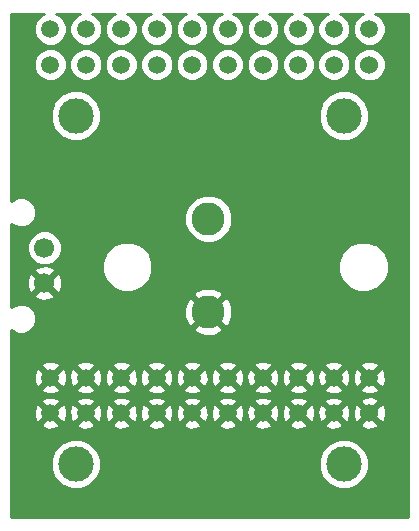
<source format=gbr>
G04 #@! TF.GenerationSoftware,KiCad,Pcbnew,(5.0.0)*
G04 #@! TF.CreationDate,2019-09-21T11:40:00-05:00*
G04 #@! TF.ProjectId,TemperaturePower,54656D7065726174757265506F776572,rev?*
G04 #@! TF.SameCoordinates,Original*
G04 #@! TF.FileFunction,Copper,L2,Bot,Signal*
G04 #@! TF.FilePolarity,Positive*
%FSLAX46Y46*%
G04 Gerber Fmt 4.6, Leading zero omitted, Abs format (unit mm)*
G04 Created by KiCad (PCBNEW (5.0.0)) date 09/21/19 11:40:00*
%MOMM*%
%LPD*%
G01*
G04 APERTURE LIST*
G04 #@! TA.AperFunction,ComponentPad*
%ADD10C,1.524000*%
G04 #@! TD*
G04 #@! TA.AperFunction,ComponentPad*
%ADD11C,1.500000*%
G04 #@! TD*
G04 #@! TA.AperFunction,ComponentPad*
%ADD12C,3.000000*%
G04 #@! TD*
G04 #@! TA.AperFunction,ComponentPad*
%ADD13C,1.700000*%
G04 #@! TD*
G04 #@! TA.AperFunction,ComponentPad*
%ADD14C,2.800000*%
G04 #@! TD*
G04 #@! TA.AperFunction,Conductor*
%ADD15C,0.254000*%
G04 #@! TD*
G04 APERTURE END LIST*
D10*
G04 #@! TO.P,J1,1*
G04 #@! TO.N,VCC*
X148500000Y-101500000D03*
D11*
G04 #@! TO.P,J1,2*
X145500000Y-101500000D03*
G04 #@! TO.P,J1,3*
X142500000Y-101500000D03*
G04 #@! TO.P,J1,4*
X139500000Y-101500000D03*
G04 #@! TO.P,J1,5*
X136500000Y-101500000D03*
G04 #@! TO.P,J1,6*
X133500000Y-101500000D03*
G04 #@! TO.P,J1,7*
X130500000Y-101500000D03*
G04 #@! TO.P,J1,8*
X127500000Y-101500000D03*
G04 #@! TO.P,J1,9*
X124500000Y-101500000D03*
G04 #@! TO.P,J1,10*
X121500000Y-101500000D03*
G04 #@! TO.P,J1,11*
X148500000Y-98500000D03*
G04 #@! TO.P,J1,12*
X145500000Y-98500000D03*
G04 #@! TO.P,J1,13*
X142500000Y-98500000D03*
G04 #@! TO.P,J1,14*
X139500000Y-98500000D03*
G04 #@! TO.P,J1,15*
X136500000Y-98500000D03*
G04 #@! TO.P,J1,16*
X133500000Y-98500000D03*
G04 #@! TO.P,J1,17*
X130500000Y-98500000D03*
G04 #@! TO.P,J1,18*
X127500000Y-98500000D03*
G04 #@! TO.P,J1,19*
X124500000Y-98500000D03*
G04 #@! TO.P,J1,20*
X121500000Y-98500000D03*
D12*
G04 #@! TO.P,J1,*
G04 #@! TO.N,*
X146350000Y-105820000D03*
X123650000Y-105820000D03*
G04 #@! TD*
D13*
G04 #@! TO.P,J2,1*
G04 #@! TO.N,GND*
X121000000Y-120000000D03*
G04 #@! TO.P,J2,2*
G04 #@! TO.N,VCC*
X121000000Y-117000000D03*
G04 #@! TD*
D12*
G04 #@! TO.P,J3,*
G04 #@! TO.N,*
X123650000Y-135320000D03*
X146350000Y-135320000D03*
D11*
G04 #@! TO.P,J3,20*
G04 #@! TO.N,GND*
X121500000Y-128000000D03*
G04 #@! TO.P,J3,19*
X124500000Y-128000000D03*
G04 #@! TO.P,J3,18*
X127500000Y-128000000D03*
G04 #@! TO.P,J3,17*
X130500000Y-128000000D03*
G04 #@! TO.P,J3,16*
X133500000Y-128000000D03*
G04 #@! TO.P,J3,15*
X136500000Y-128000000D03*
G04 #@! TO.P,J3,14*
X139500000Y-128000000D03*
G04 #@! TO.P,J3,13*
X142500000Y-128000000D03*
G04 #@! TO.P,J3,12*
X145500000Y-128000000D03*
G04 #@! TO.P,J3,11*
X148500000Y-128000000D03*
G04 #@! TO.P,J3,10*
X121500000Y-131000000D03*
G04 #@! TO.P,J3,9*
X124500000Y-131000000D03*
G04 #@! TO.P,J3,8*
X127500000Y-131000000D03*
G04 #@! TO.P,J3,7*
X130500000Y-131000000D03*
G04 #@! TO.P,J3,6*
X133500000Y-131000000D03*
G04 #@! TO.P,J3,5*
X136500000Y-131000000D03*
G04 #@! TO.P,J3,4*
X139500000Y-131000000D03*
G04 #@! TO.P,J3,3*
X142500000Y-131000000D03*
G04 #@! TO.P,J3,2*
X145500000Y-131000000D03*
D10*
G04 #@! TO.P,J3,1*
X148500000Y-131000000D03*
G04 #@! TD*
D14*
G04 #@! TO.P,VCC,1*
G04 #@! TO.N,VCC*
X134874000Y-114554000D03*
G04 #@! TD*
G04 #@! TO.P,GND,1*
G04 #@! TO.N,GND*
X134874000Y-122428000D03*
G04 #@! TD*
D15*
G04 #@! TO.N,GND*
G36*
X120715460Y-97325853D02*
X120325853Y-97715460D01*
X120115000Y-98224506D01*
X120115000Y-98775494D01*
X120325853Y-99284540D01*
X120715460Y-99674147D01*
X121224506Y-99885000D01*
X121775494Y-99885000D01*
X122284540Y-99674147D01*
X122674147Y-99284540D01*
X122885000Y-98775494D01*
X122885000Y-98224506D01*
X122674147Y-97715460D01*
X122284540Y-97325853D01*
X122004845Y-97210000D01*
X123995155Y-97210000D01*
X123715460Y-97325853D01*
X123325853Y-97715460D01*
X123115000Y-98224506D01*
X123115000Y-98775494D01*
X123325853Y-99284540D01*
X123715460Y-99674147D01*
X124224506Y-99885000D01*
X124775494Y-99885000D01*
X125284540Y-99674147D01*
X125674147Y-99284540D01*
X125885000Y-98775494D01*
X125885000Y-98224506D01*
X125674147Y-97715460D01*
X125284540Y-97325853D01*
X125004845Y-97210000D01*
X126995155Y-97210000D01*
X126715460Y-97325853D01*
X126325853Y-97715460D01*
X126115000Y-98224506D01*
X126115000Y-98775494D01*
X126325853Y-99284540D01*
X126715460Y-99674147D01*
X127224506Y-99885000D01*
X127775494Y-99885000D01*
X128284540Y-99674147D01*
X128674147Y-99284540D01*
X128885000Y-98775494D01*
X128885000Y-98224506D01*
X128674147Y-97715460D01*
X128284540Y-97325853D01*
X128004845Y-97210000D01*
X129995155Y-97210000D01*
X129715460Y-97325853D01*
X129325853Y-97715460D01*
X129115000Y-98224506D01*
X129115000Y-98775494D01*
X129325853Y-99284540D01*
X129715460Y-99674147D01*
X130224506Y-99885000D01*
X130775494Y-99885000D01*
X131284540Y-99674147D01*
X131674147Y-99284540D01*
X131885000Y-98775494D01*
X131885000Y-98224506D01*
X131674147Y-97715460D01*
X131284540Y-97325853D01*
X131004845Y-97210000D01*
X132995155Y-97210000D01*
X132715460Y-97325853D01*
X132325853Y-97715460D01*
X132115000Y-98224506D01*
X132115000Y-98775494D01*
X132325853Y-99284540D01*
X132715460Y-99674147D01*
X133224506Y-99885000D01*
X133775494Y-99885000D01*
X134284540Y-99674147D01*
X134674147Y-99284540D01*
X134885000Y-98775494D01*
X134885000Y-98224506D01*
X134674147Y-97715460D01*
X134284540Y-97325853D01*
X134004845Y-97210000D01*
X135995155Y-97210000D01*
X135715460Y-97325853D01*
X135325853Y-97715460D01*
X135115000Y-98224506D01*
X135115000Y-98775494D01*
X135325853Y-99284540D01*
X135715460Y-99674147D01*
X136224506Y-99885000D01*
X136775494Y-99885000D01*
X137284540Y-99674147D01*
X137674147Y-99284540D01*
X137885000Y-98775494D01*
X137885000Y-98224506D01*
X137674147Y-97715460D01*
X137284540Y-97325853D01*
X137004845Y-97210000D01*
X138995155Y-97210000D01*
X138715460Y-97325853D01*
X138325853Y-97715460D01*
X138115000Y-98224506D01*
X138115000Y-98775494D01*
X138325853Y-99284540D01*
X138715460Y-99674147D01*
X139224506Y-99885000D01*
X139775494Y-99885000D01*
X140284540Y-99674147D01*
X140674147Y-99284540D01*
X140885000Y-98775494D01*
X140885000Y-98224506D01*
X140674147Y-97715460D01*
X140284540Y-97325853D01*
X140004845Y-97210000D01*
X141995155Y-97210000D01*
X141715460Y-97325853D01*
X141325853Y-97715460D01*
X141115000Y-98224506D01*
X141115000Y-98775494D01*
X141325853Y-99284540D01*
X141715460Y-99674147D01*
X142224506Y-99885000D01*
X142775494Y-99885000D01*
X143284540Y-99674147D01*
X143674147Y-99284540D01*
X143885000Y-98775494D01*
X143885000Y-98224506D01*
X143674147Y-97715460D01*
X143284540Y-97325853D01*
X143004845Y-97210000D01*
X144995155Y-97210000D01*
X144715460Y-97325853D01*
X144325853Y-97715460D01*
X144115000Y-98224506D01*
X144115000Y-98775494D01*
X144325853Y-99284540D01*
X144715460Y-99674147D01*
X145224506Y-99885000D01*
X145775494Y-99885000D01*
X146284540Y-99674147D01*
X146674147Y-99284540D01*
X146885000Y-98775494D01*
X146885000Y-98224506D01*
X146674147Y-97715460D01*
X146284540Y-97325853D01*
X146004845Y-97210000D01*
X147995155Y-97210000D01*
X147715460Y-97325853D01*
X147325853Y-97715460D01*
X147115000Y-98224506D01*
X147115000Y-98775494D01*
X147325853Y-99284540D01*
X147715460Y-99674147D01*
X148224506Y-99885000D01*
X148775494Y-99885000D01*
X149284540Y-99674147D01*
X149674147Y-99284540D01*
X149885000Y-98775494D01*
X149885000Y-98224506D01*
X149674147Y-97715460D01*
X149284540Y-97325853D01*
X149004845Y-97210000D01*
X151790000Y-97210000D01*
X151790001Y-139790000D01*
X118210000Y-139790000D01*
X118210000Y-134895322D01*
X121515000Y-134895322D01*
X121515000Y-135744678D01*
X121840034Y-136529380D01*
X122440620Y-137129966D01*
X123225322Y-137455000D01*
X124074678Y-137455000D01*
X124859380Y-137129966D01*
X125459966Y-136529380D01*
X125785000Y-135744678D01*
X125785000Y-134895322D01*
X144215000Y-134895322D01*
X144215000Y-135744678D01*
X144540034Y-136529380D01*
X145140620Y-137129966D01*
X145925322Y-137455000D01*
X146774678Y-137455000D01*
X147559380Y-137129966D01*
X148159966Y-136529380D01*
X148485000Y-135744678D01*
X148485000Y-134895322D01*
X148159966Y-134110620D01*
X147559380Y-133510034D01*
X146774678Y-133185000D01*
X145925322Y-133185000D01*
X145140620Y-133510034D01*
X144540034Y-134110620D01*
X144215000Y-134895322D01*
X125785000Y-134895322D01*
X125459966Y-134110620D01*
X124859380Y-133510034D01*
X124074678Y-133185000D01*
X123225322Y-133185000D01*
X122440620Y-133510034D01*
X121840034Y-134110620D01*
X121515000Y-134895322D01*
X118210000Y-134895322D01*
X118210000Y-131971517D01*
X120708088Y-131971517D01*
X120776077Y-132212460D01*
X121295171Y-132397201D01*
X121845448Y-132369230D01*
X122223923Y-132212460D01*
X122291912Y-131971517D01*
X123708088Y-131971517D01*
X123776077Y-132212460D01*
X124295171Y-132397201D01*
X124845448Y-132369230D01*
X125223923Y-132212460D01*
X125291912Y-131971517D01*
X126708088Y-131971517D01*
X126776077Y-132212460D01*
X127295171Y-132397201D01*
X127845448Y-132369230D01*
X128223923Y-132212460D01*
X128291912Y-131971517D01*
X129708088Y-131971517D01*
X129776077Y-132212460D01*
X130295171Y-132397201D01*
X130845448Y-132369230D01*
X131223923Y-132212460D01*
X131291912Y-131971517D01*
X132708088Y-131971517D01*
X132776077Y-132212460D01*
X133295171Y-132397201D01*
X133845448Y-132369230D01*
X134223923Y-132212460D01*
X134291912Y-131971517D01*
X135708088Y-131971517D01*
X135776077Y-132212460D01*
X136295171Y-132397201D01*
X136845448Y-132369230D01*
X137223923Y-132212460D01*
X137291912Y-131971517D01*
X138708088Y-131971517D01*
X138776077Y-132212460D01*
X139295171Y-132397201D01*
X139845448Y-132369230D01*
X140223923Y-132212460D01*
X140291912Y-131971517D01*
X141708088Y-131971517D01*
X141776077Y-132212460D01*
X142295171Y-132397201D01*
X142845448Y-132369230D01*
X143223923Y-132212460D01*
X143291912Y-131971517D01*
X144708088Y-131971517D01*
X144776077Y-132212460D01*
X145295171Y-132397201D01*
X145845448Y-132369230D01*
X146223923Y-132212460D01*
X146289458Y-131980213D01*
X147699392Y-131980213D01*
X147768857Y-132222397D01*
X148292302Y-132409144D01*
X148847368Y-132381362D01*
X149231143Y-132222397D01*
X149300608Y-131980213D01*
X148500000Y-131179605D01*
X147699392Y-131980213D01*
X146289458Y-131980213D01*
X146291912Y-131971517D01*
X145500000Y-131179605D01*
X144708088Y-131971517D01*
X143291912Y-131971517D01*
X142500000Y-131179605D01*
X141708088Y-131971517D01*
X140291912Y-131971517D01*
X139500000Y-131179605D01*
X138708088Y-131971517D01*
X137291912Y-131971517D01*
X136500000Y-131179605D01*
X135708088Y-131971517D01*
X134291912Y-131971517D01*
X133500000Y-131179605D01*
X132708088Y-131971517D01*
X131291912Y-131971517D01*
X130500000Y-131179605D01*
X129708088Y-131971517D01*
X128291912Y-131971517D01*
X127500000Y-131179605D01*
X126708088Y-131971517D01*
X125291912Y-131971517D01*
X124500000Y-131179605D01*
X123708088Y-131971517D01*
X122291912Y-131971517D01*
X121500000Y-131179605D01*
X120708088Y-131971517D01*
X118210000Y-131971517D01*
X118210000Y-130795171D01*
X120102799Y-130795171D01*
X120130770Y-131345448D01*
X120287540Y-131723923D01*
X120528483Y-131791912D01*
X121320395Y-131000000D01*
X121679605Y-131000000D01*
X122471517Y-131791912D01*
X122712460Y-131723923D01*
X122897201Y-131204829D01*
X122876378Y-130795171D01*
X123102799Y-130795171D01*
X123130770Y-131345448D01*
X123287540Y-131723923D01*
X123528483Y-131791912D01*
X124320395Y-131000000D01*
X124679605Y-131000000D01*
X125471517Y-131791912D01*
X125712460Y-131723923D01*
X125897201Y-131204829D01*
X125876378Y-130795171D01*
X126102799Y-130795171D01*
X126130770Y-131345448D01*
X126287540Y-131723923D01*
X126528483Y-131791912D01*
X127320395Y-131000000D01*
X127679605Y-131000000D01*
X128471517Y-131791912D01*
X128712460Y-131723923D01*
X128897201Y-131204829D01*
X128876378Y-130795171D01*
X129102799Y-130795171D01*
X129130770Y-131345448D01*
X129287540Y-131723923D01*
X129528483Y-131791912D01*
X130320395Y-131000000D01*
X130679605Y-131000000D01*
X131471517Y-131791912D01*
X131712460Y-131723923D01*
X131897201Y-131204829D01*
X131876378Y-130795171D01*
X132102799Y-130795171D01*
X132130770Y-131345448D01*
X132287540Y-131723923D01*
X132528483Y-131791912D01*
X133320395Y-131000000D01*
X133679605Y-131000000D01*
X134471517Y-131791912D01*
X134712460Y-131723923D01*
X134897201Y-131204829D01*
X134876378Y-130795171D01*
X135102799Y-130795171D01*
X135130770Y-131345448D01*
X135287540Y-131723923D01*
X135528483Y-131791912D01*
X136320395Y-131000000D01*
X136679605Y-131000000D01*
X137471517Y-131791912D01*
X137712460Y-131723923D01*
X137897201Y-131204829D01*
X137876378Y-130795171D01*
X138102799Y-130795171D01*
X138130770Y-131345448D01*
X138287540Y-131723923D01*
X138528483Y-131791912D01*
X139320395Y-131000000D01*
X139679605Y-131000000D01*
X140471517Y-131791912D01*
X140712460Y-131723923D01*
X140897201Y-131204829D01*
X140876378Y-130795171D01*
X141102799Y-130795171D01*
X141130770Y-131345448D01*
X141287540Y-131723923D01*
X141528483Y-131791912D01*
X142320395Y-131000000D01*
X142679605Y-131000000D01*
X143471517Y-131791912D01*
X143712460Y-131723923D01*
X143897201Y-131204829D01*
X143876378Y-130795171D01*
X144102799Y-130795171D01*
X144130770Y-131345448D01*
X144287540Y-131723923D01*
X144528483Y-131791912D01*
X145320395Y-131000000D01*
X145679605Y-131000000D01*
X146471517Y-131791912D01*
X146712460Y-131723923D01*
X146897201Y-131204829D01*
X146876232Y-130792302D01*
X147090856Y-130792302D01*
X147118638Y-131347368D01*
X147277603Y-131731143D01*
X147519787Y-131800608D01*
X148320395Y-131000000D01*
X148679605Y-131000000D01*
X149480213Y-131800608D01*
X149722397Y-131731143D01*
X149909144Y-131207698D01*
X149881362Y-130652632D01*
X149722397Y-130268857D01*
X149480213Y-130199392D01*
X148679605Y-131000000D01*
X148320395Y-131000000D01*
X147519787Y-130199392D01*
X147277603Y-130268857D01*
X147090856Y-130792302D01*
X146876232Y-130792302D01*
X146869230Y-130654552D01*
X146712460Y-130276077D01*
X146471517Y-130208088D01*
X145679605Y-131000000D01*
X145320395Y-131000000D01*
X144528483Y-130208088D01*
X144287540Y-130276077D01*
X144102799Y-130795171D01*
X143876378Y-130795171D01*
X143869230Y-130654552D01*
X143712460Y-130276077D01*
X143471517Y-130208088D01*
X142679605Y-131000000D01*
X142320395Y-131000000D01*
X141528483Y-130208088D01*
X141287540Y-130276077D01*
X141102799Y-130795171D01*
X140876378Y-130795171D01*
X140869230Y-130654552D01*
X140712460Y-130276077D01*
X140471517Y-130208088D01*
X139679605Y-131000000D01*
X139320395Y-131000000D01*
X138528483Y-130208088D01*
X138287540Y-130276077D01*
X138102799Y-130795171D01*
X137876378Y-130795171D01*
X137869230Y-130654552D01*
X137712460Y-130276077D01*
X137471517Y-130208088D01*
X136679605Y-131000000D01*
X136320395Y-131000000D01*
X135528483Y-130208088D01*
X135287540Y-130276077D01*
X135102799Y-130795171D01*
X134876378Y-130795171D01*
X134869230Y-130654552D01*
X134712460Y-130276077D01*
X134471517Y-130208088D01*
X133679605Y-131000000D01*
X133320395Y-131000000D01*
X132528483Y-130208088D01*
X132287540Y-130276077D01*
X132102799Y-130795171D01*
X131876378Y-130795171D01*
X131869230Y-130654552D01*
X131712460Y-130276077D01*
X131471517Y-130208088D01*
X130679605Y-131000000D01*
X130320395Y-131000000D01*
X129528483Y-130208088D01*
X129287540Y-130276077D01*
X129102799Y-130795171D01*
X128876378Y-130795171D01*
X128869230Y-130654552D01*
X128712460Y-130276077D01*
X128471517Y-130208088D01*
X127679605Y-131000000D01*
X127320395Y-131000000D01*
X126528483Y-130208088D01*
X126287540Y-130276077D01*
X126102799Y-130795171D01*
X125876378Y-130795171D01*
X125869230Y-130654552D01*
X125712460Y-130276077D01*
X125471517Y-130208088D01*
X124679605Y-131000000D01*
X124320395Y-131000000D01*
X123528483Y-130208088D01*
X123287540Y-130276077D01*
X123102799Y-130795171D01*
X122876378Y-130795171D01*
X122869230Y-130654552D01*
X122712460Y-130276077D01*
X122471517Y-130208088D01*
X121679605Y-131000000D01*
X121320395Y-131000000D01*
X120528483Y-130208088D01*
X120287540Y-130276077D01*
X120102799Y-130795171D01*
X118210000Y-130795171D01*
X118210000Y-130028483D01*
X120708088Y-130028483D01*
X121500000Y-130820395D01*
X122291912Y-130028483D01*
X123708088Y-130028483D01*
X124500000Y-130820395D01*
X125291912Y-130028483D01*
X126708088Y-130028483D01*
X127500000Y-130820395D01*
X128291912Y-130028483D01*
X129708088Y-130028483D01*
X130500000Y-130820395D01*
X131291912Y-130028483D01*
X132708088Y-130028483D01*
X133500000Y-130820395D01*
X134291912Y-130028483D01*
X135708088Y-130028483D01*
X136500000Y-130820395D01*
X137291912Y-130028483D01*
X138708088Y-130028483D01*
X139500000Y-130820395D01*
X140291912Y-130028483D01*
X141708088Y-130028483D01*
X142500000Y-130820395D01*
X143291912Y-130028483D01*
X144708088Y-130028483D01*
X145500000Y-130820395D01*
X146291912Y-130028483D01*
X146289459Y-130019787D01*
X147699392Y-130019787D01*
X148500000Y-130820395D01*
X149300608Y-130019787D01*
X149231143Y-129777603D01*
X148707698Y-129590856D01*
X148152632Y-129618638D01*
X147768857Y-129777603D01*
X147699392Y-130019787D01*
X146289459Y-130019787D01*
X146223923Y-129787540D01*
X145704829Y-129602799D01*
X145154552Y-129630770D01*
X144776077Y-129787540D01*
X144708088Y-130028483D01*
X143291912Y-130028483D01*
X143223923Y-129787540D01*
X142704829Y-129602799D01*
X142154552Y-129630770D01*
X141776077Y-129787540D01*
X141708088Y-130028483D01*
X140291912Y-130028483D01*
X140223923Y-129787540D01*
X139704829Y-129602799D01*
X139154552Y-129630770D01*
X138776077Y-129787540D01*
X138708088Y-130028483D01*
X137291912Y-130028483D01*
X137223923Y-129787540D01*
X136704829Y-129602799D01*
X136154552Y-129630770D01*
X135776077Y-129787540D01*
X135708088Y-130028483D01*
X134291912Y-130028483D01*
X134223923Y-129787540D01*
X133704829Y-129602799D01*
X133154552Y-129630770D01*
X132776077Y-129787540D01*
X132708088Y-130028483D01*
X131291912Y-130028483D01*
X131223923Y-129787540D01*
X130704829Y-129602799D01*
X130154552Y-129630770D01*
X129776077Y-129787540D01*
X129708088Y-130028483D01*
X128291912Y-130028483D01*
X128223923Y-129787540D01*
X127704829Y-129602799D01*
X127154552Y-129630770D01*
X126776077Y-129787540D01*
X126708088Y-130028483D01*
X125291912Y-130028483D01*
X125223923Y-129787540D01*
X124704829Y-129602799D01*
X124154552Y-129630770D01*
X123776077Y-129787540D01*
X123708088Y-130028483D01*
X122291912Y-130028483D01*
X122223923Y-129787540D01*
X121704829Y-129602799D01*
X121154552Y-129630770D01*
X120776077Y-129787540D01*
X120708088Y-130028483D01*
X118210000Y-130028483D01*
X118210000Y-128971517D01*
X120708088Y-128971517D01*
X120776077Y-129212460D01*
X121295171Y-129397201D01*
X121845448Y-129369230D01*
X122223923Y-129212460D01*
X122291912Y-128971517D01*
X123708088Y-128971517D01*
X123776077Y-129212460D01*
X124295171Y-129397201D01*
X124845448Y-129369230D01*
X125223923Y-129212460D01*
X125291912Y-128971517D01*
X126708088Y-128971517D01*
X126776077Y-129212460D01*
X127295171Y-129397201D01*
X127845448Y-129369230D01*
X128223923Y-129212460D01*
X128291912Y-128971517D01*
X129708088Y-128971517D01*
X129776077Y-129212460D01*
X130295171Y-129397201D01*
X130845448Y-129369230D01*
X131223923Y-129212460D01*
X131291912Y-128971517D01*
X132708088Y-128971517D01*
X132776077Y-129212460D01*
X133295171Y-129397201D01*
X133845448Y-129369230D01*
X134223923Y-129212460D01*
X134291912Y-128971517D01*
X135708088Y-128971517D01*
X135776077Y-129212460D01*
X136295171Y-129397201D01*
X136845448Y-129369230D01*
X137223923Y-129212460D01*
X137291912Y-128971517D01*
X138708088Y-128971517D01*
X138776077Y-129212460D01*
X139295171Y-129397201D01*
X139845448Y-129369230D01*
X140223923Y-129212460D01*
X140291912Y-128971517D01*
X141708088Y-128971517D01*
X141776077Y-129212460D01*
X142295171Y-129397201D01*
X142845448Y-129369230D01*
X143223923Y-129212460D01*
X143291912Y-128971517D01*
X144708088Y-128971517D01*
X144776077Y-129212460D01*
X145295171Y-129397201D01*
X145845448Y-129369230D01*
X146223923Y-129212460D01*
X146291912Y-128971517D01*
X147708088Y-128971517D01*
X147776077Y-129212460D01*
X148295171Y-129397201D01*
X148845448Y-129369230D01*
X149223923Y-129212460D01*
X149291912Y-128971517D01*
X148500000Y-128179605D01*
X147708088Y-128971517D01*
X146291912Y-128971517D01*
X145500000Y-128179605D01*
X144708088Y-128971517D01*
X143291912Y-128971517D01*
X142500000Y-128179605D01*
X141708088Y-128971517D01*
X140291912Y-128971517D01*
X139500000Y-128179605D01*
X138708088Y-128971517D01*
X137291912Y-128971517D01*
X136500000Y-128179605D01*
X135708088Y-128971517D01*
X134291912Y-128971517D01*
X133500000Y-128179605D01*
X132708088Y-128971517D01*
X131291912Y-128971517D01*
X130500000Y-128179605D01*
X129708088Y-128971517D01*
X128291912Y-128971517D01*
X127500000Y-128179605D01*
X126708088Y-128971517D01*
X125291912Y-128971517D01*
X124500000Y-128179605D01*
X123708088Y-128971517D01*
X122291912Y-128971517D01*
X121500000Y-128179605D01*
X120708088Y-128971517D01*
X118210000Y-128971517D01*
X118210000Y-127795171D01*
X120102799Y-127795171D01*
X120130770Y-128345448D01*
X120287540Y-128723923D01*
X120528483Y-128791912D01*
X121320395Y-128000000D01*
X121679605Y-128000000D01*
X122471517Y-128791912D01*
X122712460Y-128723923D01*
X122897201Y-128204829D01*
X122876378Y-127795171D01*
X123102799Y-127795171D01*
X123130770Y-128345448D01*
X123287540Y-128723923D01*
X123528483Y-128791912D01*
X124320395Y-128000000D01*
X124679605Y-128000000D01*
X125471517Y-128791912D01*
X125712460Y-128723923D01*
X125897201Y-128204829D01*
X125876378Y-127795171D01*
X126102799Y-127795171D01*
X126130770Y-128345448D01*
X126287540Y-128723923D01*
X126528483Y-128791912D01*
X127320395Y-128000000D01*
X127679605Y-128000000D01*
X128471517Y-128791912D01*
X128712460Y-128723923D01*
X128897201Y-128204829D01*
X128876378Y-127795171D01*
X129102799Y-127795171D01*
X129130770Y-128345448D01*
X129287540Y-128723923D01*
X129528483Y-128791912D01*
X130320395Y-128000000D01*
X130679605Y-128000000D01*
X131471517Y-128791912D01*
X131712460Y-128723923D01*
X131897201Y-128204829D01*
X131876378Y-127795171D01*
X132102799Y-127795171D01*
X132130770Y-128345448D01*
X132287540Y-128723923D01*
X132528483Y-128791912D01*
X133320395Y-128000000D01*
X133679605Y-128000000D01*
X134471517Y-128791912D01*
X134712460Y-128723923D01*
X134897201Y-128204829D01*
X134876378Y-127795171D01*
X135102799Y-127795171D01*
X135130770Y-128345448D01*
X135287540Y-128723923D01*
X135528483Y-128791912D01*
X136320395Y-128000000D01*
X136679605Y-128000000D01*
X137471517Y-128791912D01*
X137712460Y-128723923D01*
X137897201Y-128204829D01*
X137876378Y-127795171D01*
X138102799Y-127795171D01*
X138130770Y-128345448D01*
X138287540Y-128723923D01*
X138528483Y-128791912D01*
X139320395Y-128000000D01*
X139679605Y-128000000D01*
X140471517Y-128791912D01*
X140712460Y-128723923D01*
X140897201Y-128204829D01*
X140876378Y-127795171D01*
X141102799Y-127795171D01*
X141130770Y-128345448D01*
X141287540Y-128723923D01*
X141528483Y-128791912D01*
X142320395Y-128000000D01*
X142679605Y-128000000D01*
X143471517Y-128791912D01*
X143712460Y-128723923D01*
X143897201Y-128204829D01*
X143876378Y-127795171D01*
X144102799Y-127795171D01*
X144130770Y-128345448D01*
X144287540Y-128723923D01*
X144528483Y-128791912D01*
X145320395Y-128000000D01*
X145679605Y-128000000D01*
X146471517Y-128791912D01*
X146712460Y-128723923D01*
X146897201Y-128204829D01*
X146876378Y-127795171D01*
X147102799Y-127795171D01*
X147130770Y-128345448D01*
X147287540Y-128723923D01*
X147528483Y-128791912D01*
X148320395Y-128000000D01*
X148679605Y-128000000D01*
X149471517Y-128791912D01*
X149712460Y-128723923D01*
X149897201Y-128204829D01*
X149869230Y-127654552D01*
X149712460Y-127276077D01*
X149471517Y-127208088D01*
X148679605Y-128000000D01*
X148320395Y-128000000D01*
X147528483Y-127208088D01*
X147287540Y-127276077D01*
X147102799Y-127795171D01*
X146876378Y-127795171D01*
X146869230Y-127654552D01*
X146712460Y-127276077D01*
X146471517Y-127208088D01*
X145679605Y-128000000D01*
X145320395Y-128000000D01*
X144528483Y-127208088D01*
X144287540Y-127276077D01*
X144102799Y-127795171D01*
X143876378Y-127795171D01*
X143869230Y-127654552D01*
X143712460Y-127276077D01*
X143471517Y-127208088D01*
X142679605Y-128000000D01*
X142320395Y-128000000D01*
X141528483Y-127208088D01*
X141287540Y-127276077D01*
X141102799Y-127795171D01*
X140876378Y-127795171D01*
X140869230Y-127654552D01*
X140712460Y-127276077D01*
X140471517Y-127208088D01*
X139679605Y-128000000D01*
X139320395Y-128000000D01*
X138528483Y-127208088D01*
X138287540Y-127276077D01*
X138102799Y-127795171D01*
X137876378Y-127795171D01*
X137869230Y-127654552D01*
X137712460Y-127276077D01*
X137471517Y-127208088D01*
X136679605Y-128000000D01*
X136320395Y-128000000D01*
X135528483Y-127208088D01*
X135287540Y-127276077D01*
X135102799Y-127795171D01*
X134876378Y-127795171D01*
X134869230Y-127654552D01*
X134712460Y-127276077D01*
X134471517Y-127208088D01*
X133679605Y-128000000D01*
X133320395Y-128000000D01*
X132528483Y-127208088D01*
X132287540Y-127276077D01*
X132102799Y-127795171D01*
X131876378Y-127795171D01*
X131869230Y-127654552D01*
X131712460Y-127276077D01*
X131471517Y-127208088D01*
X130679605Y-128000000D01*
X130320395Y-128000000D01*
X129528483Y-127208088D01*
X129287540Y-127276077D01*
X129102799Y-127795171D01*
X128876378Y-127795171D01*
X128869230Y-127654552D01*
X128712460Y-127276077D01*
X128471517Y-127208088D01*
X127679605Y-128000000D01*
X127320395Y-128000000D01*
X126528483Y-127208088D01*
X126287540Y-127276077D01*
X126102799Y-127795171D01*
X125876378Y-127795171D01*
X125869230Y-127654552D01*
X125712460Y-127276077D01*
X125471517Y-127208088D01*
X124679605Y-128000000D01*
X124320395Y-128000000D01*
X123528483Y-127208088D01*
X123287540Y-127276077D01*
X123102799Y-127795171D01*
X122876378Y-127795171D01*
X122869230Y-127654552D01*
X122712460Y-127276077D01*
X122471517Y-127208088D01*
X121679605Y-128000000D01*
X121320395Y-128000000D01*
X120528483Y-127208088D01*
X120287540Y-127276077D01*
X120102799Y-127795171D01*
X118210000Y-127795171D01*
X118210000Y-127028483D01*
X120708088Y-127028483D01*
X121500000Y-127820395D01*
X122291912Y-127028483D01*
X123708088Y-127028483D01*
X124500000Y-127820395D01*
X125291912Y-127028483D01*
X126708088Y-127028483D01*
X127500000Y-127820395D01*
X128291912Y-127028483D01*
X129708088Y-127028483D01*
X130500000Y-127820395D01*
X131291912Y-127028483D01*
X132708088Y-127028483D01*
X133500000Y-127820395D01*
X134291912Y-127028483D01*
X135708088Y-127028483D01*
X136500000Y-127820395D01*
X137291912Y-127028483D01*
X138708088Y-127028483D01*
X139500000Y-127820395D01*
X140291912Y-127028483D01*
X141708088Y-127028483D01*
X142500000Y-127820395D01*
X143291912Y-127028483D01*
X144708088Y-127028483D01*
X145500000Y-127820395D01*
X146291912Y-127028483D01*
X147708088Y-127028483D01*
X148500000Y-127820395D01*
X149291912Y-127028483D01*
X149223923Y-126787540D01*
X148704829Y-126602799D01*
X148154552Y-126630770D01*
X147776077Y-126787540D01*
X147708088Y-127028483D01*
X146291912Y-127028483D01*
X146223923Y-126787540D01*
X145704829Y-126602799D01*
X145154552Y-126630770D01*
X144776077Y-126787540D01*
X144708088Y-127028483D01*
X143291912Y-127028483D01*
X143223923Y-126787540D01*
X142704829Y-126602799D01*
X142154552Y-126630770D01*
X141776077Y-126787540D01*
X141708088Y-127028483D01*
X140291912Y-127028483D01*
X140223923Y-126787540D01*
X139704829Y-126602799D01*
X139154552Y-126630770D01*
X138776077Y-126787540D01*
X138708088Y-127028483D01*
X137291912Y-127028483D01*
X137223923Y-126787540D01*
X136704829Y-126602799D01*
X136154552Y-126630770D01*
X135776077Y-126787540D01*
X135708088Y-127028483D01*
X134291912Y-127028483D01*
X134223923Y-126787540D01*
X133704829Y-126602799D01*
X133154552Y-126630770D01*
X132776077Y-126787540D01*
X132708088Y-127028483D01*
X131291912Y-127028483D01*
X131223923Y-126787540D01*
X130704829Y-126602799D01*
X130154552Y-126630770D01*
X129776077Y-126787540D01*
X129708088Y-127028483D01*
X128291912Y-127028483D01*
X128223923Y-126787540D01*
X127704829Y-126602799D01*
X127154552Y-126630770D01*
X126776077Y-126787540D01*
X126708088Y-127028483D01*
X125291912Y-127028483D01*
X125223923Y-126787540D01*
X124704829Y-126602799D01*
X124154552Y-126630770D01*
X123776077Y-126787540D01*
X123708088Y-127028483D01*
X122291912Y-127028483D01*
X122223923Y-126787540D01*
X121704829Y-126602799D01*
X121154552Y-126630770D01*
X120776077Y-126787540D01*
X120708088Y-127028483D01*
X118210000Y-127028483D01*
X118210000Y-123966051D01*
X118320603Y-124076654D01*
X118787381Y-124270000D01*
X119292619Y-124270000D01*
X119759397Y-124076654D01*
X119966327Y-123869724D01*
X133611882Y-123869724D01*
X133759455Y-124178106D01*
X134514031Y-124471405D01*
X135323409Y-124453614D01*
X135988545Y-124178106D01*
X136136118Y-123869724D01*
X134874000Y-122607605D01*
X133611882Y-123869724D01*
X119966327Y-123869724D01*
X120116654Y-123719397D01*
X120310000Y-123252619D01*
X120310000Y-122747381D01*
X120116654Y-122280603D01*
X119904082Y-122068031D01*
X132830595Y-122068031D01*
X132848386Y-122877409D01*
X133123894Y-123542545D01*
X133432276Y-123690118D01*
X134694395Y-122428000D01*
X135053605Y-122428000D01*
X136315724Y-123690118D01*
X136624106Y-123542545D01*
X136917405Y-122787969D01*
X136899614Y-121978591D01*
X136624106Y-121313455D01*
X136315724Y-121165882D01*
X135053605Y-122428000D01*
X134694395Y-122428000D01*
X133432276Y-121165882D01*
X133123894Y-121313455D01*
X132830595Y-122068031D01*
X119904082Y-122068031D01*
X119759397Y-121923346D01*
X119292619Y-121730000D01*
X118787381Y-121730000D01*
X118320603Y-121923346D01*
X118210000Y-122033949D01*
X118210000Y-121043958D01*
X120135647Y-121043958D01*
X120215920Y-121295259D01*
X120771279Y-121496718D01*
X121361458Y-121470315D01*
X121784080Y-121295259D01*
X121864353Y-121043958D01*
X121806671Y-120986276D01*
X133611882Y-120986276D01*
X134874000Y-122248395D01*
X136136118Y-120986276D01*
X135988545Y-120677894D01*
X135233969Y-120384595D01*
X134424591Y-120402386D01*
X133759455Y-120677894D01*
X133611882Y-120986276D01*
X121806671Y-120986276D01*
X121000000Y-120179605D01*
X120135647Y-121043958D01*
X118210000Y-121043958D01*
X118210000Y-119771279D01*
X119503282Y-119771279D01*
X119529685Y-120361458D01*
X119704741Y-120784080D01*
X119956042Y-120864353D01*
X120820395Y-120000000D01*
X121179605Y-120000000D01*
X122043958Y-120864353D01*
X122295259Y-120784080D01*
X122496718Y-120228721D01*
X122470315Y-119638542D01*
X122295259Y-119215920D01*
X122043958Y-119135647D01*
X121179605Y-120000000D01*
X120820395Y-120000000D01*
X119956042Y-119135647D01*
X119704741Y-119215920D01*
X119503282Y-119771279D01*
X118210000Y-119771279D01*
X118210000Y-118956042D01*
X120135647Y-118956042D01*
X121000000Y-119820395D01*
X121864353Y-118956042D01*
X121784080Y-118704741D01*
X121228721Y-118503282D01*
X120638542Y-118529685D01*
X120215920Y-118704741D01*
X120135647Y-118956042D01*
X118210000Y-118956042D01*
X118210000Y-116704615D01*
X119515000Y-116704615D01*
X119515000Y-117295385D01*
X119741078Y-117841185D01*
X120158815Y-118258922D01*
X120704615Y-118485000D01*
X121295385Y-118485000D01*
X121841185Y-118258922D01*
X121906785Y-118193322D01*
X125865000Y-118193322D01*
X125865000Y-119042678D01*
X126190034Y-119827380D01*
X126790620Y-120427966D01*
X127575322Y-120753000D01*
X128424678Y-120753000D01*
X129209380Y-120427966D01*
X129809966Y-119827380D01*
X130135000Y-119042678D01*
X130135000Y-118193322D01*
X145865000Y-118193322D01*
X145865000Y-119042678D01*
X146190034Y-119827380D01*
X146790620Y-120427966D01*
X147575322Y-120753000D01*
X148424678Y-120753000D01*
X149209380Y-120427966D01*
X149809966Y-119827380D01*
X150135000Y-119042678D01*
X150135000Y-118193322D01*
X149809966Y-117408620D01*
X149209380Y-116808034D01*
X148424678Y-116483000D01*
X147575322Y-116483000D01*
X146790620Y-116808034D01*
X146190034Y-117408620D01*
X145865000Y-118193322D01*
X130135000Y-118193322D01*
X129809966Y-117408620D01*
X129209380Y-116808034D01*
X128424678Y-116483000D01*
X127575322Y-116483000D01*
X126790620Y-116808034D01*
X126190034Y-117408620D01*
X125865000Y-118193322D01*
X121906785Y-118193322D01*
X122258922Y-117841185D01*
X122485000Y-117295385D01*
X122485000Y-116704615D01*
X122258922Y-116158815D01*
X121841185Y-115741078D01*
X121295385Y-115515000D01*
X120704615Y-115515000D01*
X120158815Y-115741078D01*
X119741078Y-116158815D01*
X119515000Y-116704615D01*
X118210000Y-116704615D01*
X118210000Y-114966051D01*
X118320603Y-115076654D01*
X118787381Y-115270000D01*
X119292619Y-115270000D01*
X119759397Y-115076654D01*
X120116654Y-114719397D01*
X120310000Y-114252619D01*
X120310000Y-114149213D01*
X132839000Y-114149213D01*
X132839000Y-114958787D01*
X133148810Y-115706735D01*
X133721265Y-116279190D01*
X134469213Y-116589000D01*
X135278787Y-116589000D01*
X136026735Y-116279190D01*
X136599190Y-115706735D01*
X136909000Y-114958787D01*
X136909000Y-114149213D01*
X136599190Y-113401265D01*
X136026735Y-112828810D01*
X135278787Y-112519000D01*
X134469213Y-112519000D01*
X133721265Y-112828810D01*
X133148810Y-113401265D01*
X132839000Y-114149213D01*
X120310000Y-114149213D01*
X120310000Y-113747381D01*
X120116654Y-113280603D01*
X119759397Y-112923346D01*
X119292619Y-112730000D01*
X118787381Y-112730000D01*
X118320603Y-112923346D01*
X118210000Y-113033949D01*
X118210000Y-105395322D01*
X121515000Y-105395322D01*
X121515000Y-106244678D01*
X121840034Y-107029380D01*
X122440620Y-107629966D01*
X123225322Y-107955000D01*
X124074678Y-107955000D01*
X124859380Y-107629966D01*
X125459966Y-107029380D01*
X125785000Y-106244678D01*
X125785000Y-105395322D01*
X144215000Y-105395322D01*
X144215000Y-106244678D01*
X144540034Y-107029380D01*
X145140620Y-107629966D01*
X145925322Y-107955000D01*
X146774678Y-107955000D01*
X147559380Y-107629966D01*
X148159966Y-107029380D01*
X148485000Y-106244678D01*
X148485000Y-105395322D01*
X148159966Y-104610620D01*
X147559380Y-104010034D01*
X146774678Y-103685000D01*
X145925322Y-103685000D01*
X145140620Y-104010034D01*
X144540034Y-104610620D01*
X144215000Y-105395322D01*
X125785000Y-105395322D01*
X125459966Y-104610620D01*
X124859380Y-104010034D01*
X124074678Y-103685000D01*
X123225322Y-103685000D01*
X122440620Y-104010034D01*
X121840034Y-104610620D01*
X121515000Y-105395322D01*
X118210000Y-105395322D01*
X118210000Y-101224506D01*
X120115000Y-101224506D01*
X120115000Y-101775494D01*
X120325853Y-102284540D01*
X120715460Y-102674147D01*
X121224506Y-102885000D01*
X121775494Y-102885000D01*
X122284540Y-102674147D01*
X122674147Y-102284540D01*
X122885000Y-101775494D01*
X122885000Y-101224506D01*
X123115000Y-101224506D01*
X123115000Y-101775494D01*
X123325853Y-102284540D01*
X123715460Y-102674147D01*
X124224506Y-102885000D01*
X124775494Y-102885000D01*
X125284540Y-102674147D01*
X125674147Y-102284540D01*
X125885000Y-101775494D01*
X125885000Y-101224506D01*
X126115000Y-101224506D01*
X126115000Y-101775494D01*
X126325853Y-102284540D01*
X126715460Y-102674147D01*
X127224506Y-102885000D01*
X127775494Y-102885000D01*
X128284540Y-102674147D01*
X128674147Y-102284540D01*
X128885000Y-101775494D01*
X128885000Y-101224506D01*
X129115000Y-101224506D01*
X129115000Y-101775494D01*
X129325853Y-102284540D01*
X129715460Y-102674147D01*
X130224506Y-102885000D01*
X130775494Y-102885000D01*
X131284540Y-102674147D01*
X131674147Y-102284540D01*
X131885000Y-101775494D01*
X131885000Y-101224506D01*
X132115000Y-101224506D01*
X132115000Y-101775494D01*
X132325853Y-102284540D01*
X132715460Y-102674147D01*
X133224506Y-102885000D01*
X133775494Y-102885000D01*
X134284540Y-102674147D01*
X134674147Y-102284540D01*
X134885000Y-101775494D01*
X134885000Y-101224506D01*
X135115000Y-101224506D01*
X135115000Y-101775494D01*
X135325853Y-102284540D01*
X135715460Y-102674147D01*
X136224506Y-102885000D01*
X136775494Y-102885000D01*
X137284540Y-102674147D01*
X137674147Y-102284540D01*
X137885000Y-101775494D01*
X137885000Y-101224506D01*
X138115000Y-101224506D01*
X138115000Y-101775494D01*
X138325853Y-102284540D01*
X138715460Y-102674147D01*
X139224506Y-102885000D01*
X139775494Y-102885000D01*
X140284540Y-102674147D01*
X140674147Y-102284540D01*
X140885000Y-101775494D01*
X140885000Y-101224506D01*
X141115000Y-101224506D01*
X141115000Y-101775494D01*
X141325853Y-102284540D01*
X141715460Y-102674147D01*
X142224506Y-102885000D01*
X142775494Y-102885000D01*
X143284540Y-102674147D01*
X143674147Y-102284540D01*
X143885000Y-101775494D01*
X143885000Y-101224506D01*
X144115000Y-101224506D01*
X144115000Y-101775494D01*
X144325853Y-102284540D01*
X144715460Y-102674147D01*
X145224506Y-102885000D01*
X145775494Y-102885000D01*
X146284540Y-102674147D01*
X146674147Y-102284540D01*
X146885000Y-101775494D01*
X146885000Y-101224506D01*
X146884012Y-101222119D01*
X147103000Y-101222119D01*
X147103000Y-101777881D01*
X147315680Y-102291337D01*
X147708663Y-102684320D01*
X148222119Y-102897000D01*
X148777881Y-102897000D01*
X149291337Y-102684320D01*
X149684320Y-102291337D01*
X149897000Y-101777881D01*
X149897000Y-101222119D01*
X149684320Y-100708663D01*
X149291337Y-100315680D01*
X148777881Y-100103000D01*
X148222119Y-100103000D01*
X147708663Y-100315680D01*
X147315680Y-100708663D01*
X147103000Y-101222119D01*
X146884012Y-101222119D01*
X146674147Y-100715460D01*
X146284540Y-100325853D01*
X145775494Y-100115000D01*
X145224506Y-100115000D01*
X144715460Y-100325853D01*
X144325853Y-100715460D01*
X144115000Y-101224506D01*
X143885000Y-101224506D01*
X143674147Y-100715460D01*
X143284540Y-100325853D01*
X142775494Y-100115000D01*
X142224506Y-100115000D01*
X141715460Y-100325853D01*
X141325853Y-100715460D01*
X141115000Y-101224506D01*
X140885000Y-101224506D01*
X140674147Y-100715460D01*
X140284540Y-100325853D01*
X139775494Y-100115000D01*
X139224506Y-100115000D01*
X138715460Y-100325853D01*
X138325853Y-100715460D01*
X138115000Y-101224506D01*
X137885000Y-101224506D01*
X137674147Y-100715460D01*
X137284540Y-100325853D01*
X136775494Y-100115000D01*
X136224506Y-100115000D01*
X135715460Y-100325853D01*
X135325853Y-100715460D01*
X135115000Y-101224506D01*
X134885000Y-101224506D01*
X134674147Y-100715460D01*
X134284540Y-100325853D01*
X133775494Y-100115000D01*
X133224506Y-100115000D01*
X132715460Y-100325853D01*
X132325853Y-100715460D01*
X132115000Y-101224506D01*
X131885000Y-101224506D01*
X131674147Y-100715460D01*
X131284540Y-100325853D01*
X130775494Y-100115000D01*
X130224506Y-100115000D01*
X129715460Y-100325853D01*
X129325853Y-100715460D01*
X129115000Y-101224506D01*
X128885000Y-101224506D01*
X128674147Y-100715460D01*
X128284540Y-100325853D01*
X127775494Y-100115000D01*
X127224506Y-100115000D01*
X126715460Y-100325853D01*
X126325853Y-100715460D01*
X126115000Y-101224506D01*
X125885000Y-101224506D01*
X125674147Y-100715460D01*
X125284540Y-100325853D01*
X124775494Y-100115000D01*
X124224506Y-100115000D01*
X123715460Y-100325853D01*
X123325853Y-100715460D01*
X123115000Y-101224506D01*
X122885000Y-101224506D01*
X122674147Y-100715460D01*
X122284540Y-100325853D01*
X121775494Y-100115000D01*
X121224506Y-100115000D01*
X120715460Y-100325853D01*
X120325853Y-100715460D01*
X120115000Y-101224506D01*
X118210000Y-101224506D01*
X118210000Y-97210000D01*
X120995155Y-97210000D01*
X120715460Y-97325853D01*
X120715460Y-97325853D01*
G37*
X120715460Y-97325853D02*
X120325853Y-97715460D01*
X120115000Y-98224506D01*
X120115000Y-98775494D01*
X120325853Y-99284540D01*
X120715460Y-99674147D01*
X121224506Y-99885000D01*
X121775494Y-99885000D01*
X122284540Y-99674147D01*
X122674147Y-99284540D01*
X122885000Y-98775494D01*
X122885000Y-98224506D01*
X122674147Y-97715460D01*
X122284540Y-97325853D01*
X122004845Y-97210000D01*
X123995155Y-97210000D01*
X123715460Y-97325853D01*
X123325853Y-97715460D01*
X123115000Y-98224506D01*
X123115000Y-98775494D01*
X123325853Y-99284540D01*
X123715460Y-99674147D01*
X124224506Y-99885000D01*
X124775494Y-99885000D01*
X125284540Y-99674147D01*
X125674147Y-99284540D01*
X125885000Y-98775494D01*
X125885000Y-98224506D01*
X125674147Y-97715460D01*
X125284540Y-97325853D01*
X125004845Y-97210000D01*
X126995155Y-97210000D01*
X126715460Y-97325853D01*
X126325853Y-97715460D01*
X126115000Y-98224506D01*
X126115000Y-98775494D01*
X126325853Y-99284540D01*
X126715460Y-99674147D01*
X127224506Y-99885000D01*
X127775494Y-99885000D01*
X128284540Y-99674147D01*
X128674147Y-99284540D01*
X128885000Y-98775494D01*
X128885000Y-98224506D01*
X128674147Y-97715460D01*
X128284540Y-97325853D01*
X128004845Y-97210000D01*
X129995155Y-97210000D01*
X129715460Y-97325853D01*
X129325853Y-97715460D01*
X129115000Y-98224506D01*
X129115000Y-98775494D01*
X129325853Y-99284540D01*
X129715460Y-99674147D01*
X130224506Y-99885000D01*
X130775494Y-99885000D01*
X131284540Y-99674147D01*
X131674147Y-99284540D01*
X131885000Y-98775494D01*
X131885000Y-98224506D01*
X131674147Y-97715460D01*
X131284540Y-97325853D01*
X131004845Y-97210000D01*
X132995155Y-97210000D01*
X132715460Y-97325853D01*
X132325853Y-97715460D01*
X132115000Y-98224506D01*
X132115000Y-98775494D01*
X132325853Y-99284540D01*
X132715460Y-99674147D01*
X133224506Y-99885000D01*
X133775494Y-99885000D01*
X134284540Y-99674147D01*
X134674147Y-99284540D01*
X134885000Y-98775494D01*
X134885000Y-98224506D01*
X134674147Y-97715460D01*
X134284540Y-97325853D01*
X134004845Y-97210000D01*
X135995155Y-97210000D01*
X135715460Y-97325853D01*
X135325853Y-97715460D01*
X135115000Y-98224506D01*
X135115000Y-98775494D01*
X135325853Y-99284540D01*
X135715460Y-99674147D01*
X136224506Y-99885000D01*
X136775494Y-99885000D01*
X137284540Y-99674147D01*
X137674147Y-99284540D01*
X137885000Y-98775494D01*
X137885000Y-98224506D01*
X137674147Y-97715460D01*
X137284540Y-97325853D01*
X137004845Y-97210000D01*
X138995155Y-97210000D01*
X138715460Y-97325853D01*
X138325853Y-97715460D01*
X138115000Y-98224506D01*
X138115000Y-98775494D01*
X138325853Y-99284540D01*
X138715460Y-99674147D01*
X139224506Y-99885000D01*
X139775494Y-99885000D01*
X140284540Y-99674147D01*
X140674147Y-99284540D01*
X140885000Y-98775494D01*
X140885000Y-98224506D01*
X140674147Y-97715460D01*
X140284540Y-97325853D01*
X140004845Y-97210000D01*
X141995155Y-97210000D01*
X141715460Y-97325853D01*
X141325853Y-97715460D01*
X141115000Y-98224506D01*
X141115000Y-98775494D01*
X141325853Y-99284540D01*
X141715460Y-99674147D01*
X142224506Y-99885000D01*
X142775494Y-99885000D01*
X143284540Y-99674147D01*
X143674147Y-99284540D01*
X143885000Y-98775494D01*
X143885000Y-98224506D01*
X143674147Y-97715460D01*
X143284540Y-97325853D01*
X143004845Y-97210000D01*
X144995155Y-97210000D01*
X144715460Y-97325853D01*
X144325853Y-97715460D01*
X144115000Y-98224506D01*
X144115000Y-98775494D01*
X144325853Y-99284540D01*
X144715460Y-99674147D01*
X145224506Y-99885000D01*
X145775494Y-99885000D01*
X146284540Y-99674147D01*
X146674147Y-99284540D01*
X146885000Y-98775494D01*
X146885000Y-98224506D01*
X146674147Y-97715460D01*
X146284540Y-97325853D01*
X146004845Y-97210000D01*
X147995155Y-97210000D01*
X147715460Y-97325853D01*
X147325853Y-97715460D01*
X147115000Y-98224506D01*
X147115000Y-98775494D01*
X147325853Y-99284540D01*
X147715460Y-99674147D01*
X148224506Y-99885000D01*
X148775494Y-99885000D01*
X149284540Y-99674147D01*
X149674147Y-99284540D01*
X149885000Y-98775494D01*
X149885000Y-98224506D01*
X149674147Y-97715460D01*
X149284540Y-97325853D01*
X149004845Y-97210000D01*
X151790000Y-97210000D01*
X151790001Y-139790000D01*
X118210000Y-139790000D01*
X118210000Y-134895322D01*
X121515000Y-134895322D01*
X121515000Y-135744678D01*
X121840034Y-136529380D01*
X122440620Y-137129966D01*
X123225322Y-137455000D01*
X124074678Y-137455000D01*
X124859380Y-137129966D01*
X125459966Y-136529380D01*
X125785000Y-135744678D01*
X125785000Y-134895322D01*
X144215000Y-134895322D01*
X144215000Y-135744678D01*
X144540034Y-136529380D01*
X145140620Y-137129966D01*
X145925322Y-137455000D01*
X146774678Y-137455000D01*
X147559380Y-137129966D01*
X148159966Y-136529380D01*
X148485000Y-135744678D01*
X148485000Y-134895322D01*
X148159966Y-134110620D01*
X147559380Y-133510034D01*
X146774678Y-133185000D01*
X145925322Y-133185000D01*
X145140620Y-133510034D01*
X144540034Y-134110620D01*
X144215000Y-134895322D01*
X125785000Y-134895322D01*
X125459966Y-134110620D01*
X124859380Y-133510034D01*
X124074678Y-133185000D01*
X123225322Y-133185000D01*
X122440620Y-133510034D01*
X121840034Y-134110620D01*
X121515000Y-134895322D01*
X118210000Y-134895322D01*
X118210000Y-131971517D01*
X120708088Y-131971517D01*
X120776077Y-132212460D01*
X121295171Y-132397201D01*
X121845448Y-132369230D01*
X122223923Y-132212460D01*
X122291912Y-131971517D01*
X123708088Y-131971517D01*
X123776077Y-132212460D01*
X124295171Y-132397201D01*
X124845448Y-132369230D01*
X125223923Y-132212460D01*
X125291912Y-131971517D01*
X126708088Y-131971517D01*
X126776077Y-132212460D01*
X127295171Y-132397201D01*
X127845448Y-132369230D01*
X128223923Y-132212460D01*
X128291912Y-131971517D01*
X129708088Y-131971517D01*
X129776077Y-132212460D01*
X130295171Y-132397201D01*
X130845448Y-132369230D01*
X131223923Y-132212460D01*
X131291912Y-131971517D01*
X132708088Y-131971517D01*
X132776077Y-132212460D01*
X133295171Y-132397201D01*
X133845448Y-132369230D01*
X134223923Y-132212460D01*
X134291912Y-131971517D01*
X135708088Y-131971517D01*
X135776077Y-132212460D01*
X136295171Y-132397201D01*
X136845448Y-132369230D01*
X137223923Y-132212460D01*
X137291912Y-131971517D01*
X138708088Y-131971517D01*
X138776077Y-132212460D01*
X139295171Y-132397201D01*
X139845448Y-132369230D01*
X140223923Y-132212460D01*
X140291912Y-131971517D01*
X141708088Y-131971517D01*
X141776077Y-132212460D01*
X142295171Y-132397201D01*
X142845448Y-132369230D01*
X143223923Y-132212460D01*
X143291912Y-131971517D01*
X144708088Y-131971517D01*
X144776077Y-132212460D01*
X145295171Y-132397201D01*
X145845448Y-132369230D01*
X146223923Y-132212460D01*
X146289458Y-131980213D01*
X147699392Y-131980213D01*
X147768857Y-132222397D01*
X148292302Y-132409144D01*
X148847368Y-132381362D01*
X149231143Y-132222397D01*
X149300608Y-131980213D01*
X148500000Y-131179605D01*
X147699392Y-131980213D01*
X146289458Y-131980213D01*
X146291912Y-131971517D01*
X145500000Y-131179605D01*
X144708088Y-131971517D01*
X143291912Y-131971517D01*
X142500000Y-131179605D01*
X141708088Y-131971517D01*
X140291912Y-131971517D01*
X139500000Y-131179605D01*
X138708088Y-131971517D01*
X137291912Y-131971517D01*
X136500000Y-131179605D01*
X135708088Y-131971517D01*
X134291912Y-131971517D01*
X133500000Y-131179605D01*
X132708088Y-131971517D01*
X131291912Y-131971517D01*
X130500000Y-131179605D01*
X129708088Y-131971517D01*
X128291912Y-131971517D01*
X127500000Y-131179605D01*
X126708088Y-131971517D01*
X125291912Y-131971517D01*
X124500000Y-131179605D01*
X123708088Y-131971517D01*
X122291912Y-131971517D01*
X121500000Y-131179605D01*
X120708088Y-131971517D01*
X118210000Y-131971517D01*
X118210000Y-130795171D01*
X120102799Y-130795171D01*
X120130770Y-131345448D01*
X120287540Y-131723923D01*
X120528483Y-131791912D01*
X121320395Y-131000000D01*
X121679605Y-131000000D01*
X122471517Y-131791912D01*
X122712460Y-131723923D01*
X122897201Y-131204829D01*
X122876378Y-130795171D01*
X123102799Y-130795171D01*
X123130770Y-131345448D01*
X123287540Y-131723923D01*
X123528483Y-131791912D01*
X124320395Y-131000000D01*
X124679605Y-131000000D01*
X125471517Y-131791912D01*
X125712460Y-131723923D01*
X125897201Y-131204829D01*
X125876378Y-130795171D01*
X126102799Y-130795171D01*
X126130770Y-131345448D01*
X126287540Y-131723923D01*
X126528483Y-131791912D01*
X127320395Y-131000000D01*
X127679605Y-131000000D01*
X128471517Y-131791912D01*
X128712460Y-131723923D01*
X128897201Y-131204829D01*
X128876378Y-130795171D01*
X129102799Y-130795171D01*
X129130770Y-131345448D01*
X129287540Y-131723923D01*
X129528483Y-131791912D01*
X130320395Y-131000000D01*
X130679605Y-131000000D01*
X131471517Y-131791912D01*
X131712460Y-131723923D01*
X131897201Y-131204829D01*
X131876378Y-130795171D01*
X132102799Y-130795171D01*
X132130770Y-131345448D01*
X132287540Y-131723923D01*
X132528483Y-131791912D01*
X133320395Y-131000000D01*
X133679605Y-131000000D01*
X134471517Y-131791912D01*
X134712460Y-131723923D01*
X134897201Y-131204829D01*
X134876378Y-130795171D01*
X135102799Y-130795171D01*
X135130770Y-131345448D01*
X135287540Y-131723923D01*
X135528483Y-131791912D01*
X136320395Y-131000000D01*
X136679605Y-131000000D01*
X137471517Y-131791912D01*
X137712460Y-131723923D01*
X137897201Y-131204829D01*
X137876378Y-130795171D01*
X138102799Y-130795171D01*
X138130770Y-131345448D01*
X138287540Y-131723923D01*
X138528483Y-131791912D01*
X139320395Y-131000000D01*
X139679605Y-131000000D01*
X140471517Y-131791912D01*
X140712460Y-131723923D01*
X140897201Y-131204829D01*
X140876378Y-130795171D01*
X141102799Y-130795171D01*
X141130770Y-131345448D01*
X141287540Y-131723923D01*
X141528483Y-131791912D01*
X142320395Y-131000000D01*
X142679605Y-131000000D01*
X143471517Y-131791912D01*
X143712460Y-131723923D01*
X143897201Y-131204829D01*
X143876378Y-130795171D01*
X144102799Y-130795171D01*
X144130770Y-131345448D01*
X144287540Y-131723923D01*
X144528483Y-131791912D01*
X145320395Y-131000000D01*
X145679605Y-131000000D01*
X146471517Y-131791912D01*
X146712460Y-131723923D01*
X146897201Y-131204829D01*
X146876232Y-130792302D01*
X147090856Y-130792302D01*
X147118638Y-131347368D01*
X147277603Y-131731143D01*
X147519787Y-131800608D01*
X148320395Y-131000000D01*
X148679605Y-131000000D01*
X149480213Y-131800608D01*
X149722397Y-131731143D01*
X149909144Y-131207698D01*
X149881362Y-130652632D01*
X149722397Y-130268857D01*
X149480213Y-130199392D01*
X148679605Y-131000000D01*
X148320395Y-131000000D01*
X147519787Y-130199392D01*
X147277603Y-130268857D01*
X147090856Y-130792302D01*
X146876232Y-130792302D01*
X146869230Y-130654552D01*
X146712460Y-130276077D01*
X146471517Y-130208088D01*
X145679605Y-131000000D01*
X145320395Y-131000000D01*
X144528483Y-130208088D01*
X144287540Y-130276077D01*
X144102799Y-130795171D01*
X143876378Y-130795171D01*
X143869230Y-130654552D01*
X143712460Y-130276077D01*
X143471517Y-130208088D01*
X142679605Y-131000000D01*
X142320395Y-131000000D01*
X141528483Y-130208088D01*
X141287540Y-130276077D01*
X141102799Y-130795171D01*
X140876378Y-130795171D01*
X140869230Y-130654552D01*
X140712460Y-130276077D01*
X140471517Y-130208088D01*
X139679605Y-131000000D01*
X139320395Y-131000000D01*
X138528483Y-130208088D01*
X138287540Y-130276077D01*
X138102799Y-130795171D01*
X137876378Y-130795171D01*
X137869230Y-130654552D01*
X137712460Y-130276077D01*
X137471517Y-130208088D01*
X136679605Y-131000000D01*
X136320395Y-131000000D01*
X135528483Y-130208088D01*
X135287540Y-130276077D01*
X135102799Y-130795171D01*
X134876378Y-130795171D01*
X134869230Y-130654552D01*
X134712460Y-130276077D01*
X134471517Y-130208088D01*
X133679605Y-131000000D01*
X133320395Y-131000000D01*
X132528483Y-130208088D01*
X132287540Y-130276077D01*
X132102799Y-130795171D01*
X131876378Y-130795171D01*
X131869230Y-130654552D01*
X131712460Y-130276077D01*
X131471517Y-130208088D01*
X130679605Y-131000000D01*
X130320395Y-131000000D01*
X129528483Y-130208088D01*
X129287540Y-130276077D01*
X129102799Y-130795171D01*
X128876378Y-130795171D01*
X128869230Y-130654552D01*
X128712460Y-130276077D01*
X128471517Y-130208088D01*
X127679605Y-131000000D01*
X127320395Y-131000000D01*
X126528483Y-130208088D01*
X126287540Y-130276077D01*
X126102799Y-130795171D01*
X125876378Y-130795171D01*
X125869230Y-130654552D01*
X125712460Y-130276077D01*
X125471517Y-130208088D01*
X124679605Y-131000000D01*
X124320395Y-131000000D01*
X123528483Y-130208088D01*
X123287540Y-130276077D01*
X123102799Y-130795171D01*
X122876378Y-130795171D01*
X122869230Y-130654552D01*
X122712460Y-130276077D01*
X122471517Y-130208088D01*
X121679605Y-131000000D01*
X121320395Y-131000000D01*
X120528483Y-130208088D01*
X120287540Y-130276077D01*
X120102799Y-130795171D01*
X118210000Y-130795171D01*
X118210000Y-130028483D01*
X120708088Y-130028483D01*
X121500000Y-130820395D01*
X122291912Y-130028483D01*
X123708088Y-130028483D01*
X124500000Y-130820395D01*
X125291912Y-130028483D01*
X126708088Y-130028483D01*
X127500000Y-130820395D01*
X128291912Y-130028483D01*
X129708088Y-130028483D01*
X130500000Y-130820395D01*
X131291912Y-130028483D01*
X132708088Y-130028483D01*
X133500000Y-130820395D01*
X134291912Y-130028483D01*
X135708088Y-130028483D01*
X136500000Y-130820395D01*
X137291912Y-130028483D01*
X138708088Y-130028483D01*
X139500000Y-130820395D01*
X140291912Y-130028483D01*
X141708088Y-130028483D01*
X142500000Y-130820395D01*
X143291912Y-130028483D01*
X144708088Y-130028483D01*
X145500000Y-130820395D01*
X146291912Y-130028483D01*
X146289459Y-130019787D01*
X147699392Y-130019787D01*
X148500000Y-130820395D01*
X149300608Y-130019787D01*
X149231143Y-129777603D01*
X148707698Y-129590856D01*
X148152632Y-129618638D01*
X147768857Y-129777603D01*
X147699392Y-130019787D01*
X146289459Y-130019787D01*
X146223923Y-129787540D01*
X145704829Y-129602799D01*
X145154552Y-129630770D01*
X144776077Y-129787540D01*
X144708088Y-130028483D01*
X143291912Y-130028483D01*
X143223923Y-129787540D01*
X142704829Y-129602799D01*
X142154552Y-129630770D01*
X141776077Y-129787540D01*
X141708088Y-130028483D01*
X140291912Y-130028483D01*
X140223923Y-129787540D01*
X139704829Y-129602799D01*
X139154552Y-129630770D01*
X138776077Y-129787540D01*
X138708088Y-130028483D01*
X137291912Y-130028483D01*
X137223923Y-129787540D01*
X136704829Y-129602799D01*
X136154552Y-129630770D01*
X135776077Y-129787540D01*
X135708088Y-130028483D01*
X134291912Y-130028483D01*
X134223923Y-129787540D01*
X133704829Y-129602799D01*
X133154552Y-129630770D01*
X132776077Y-129787540D01*
X132708088Y-130028483D01*
X131291912Y-130028483D01*
X131223923Y-129787540D01*
X130704829Y-129602799D01*
X130154552Y-129630770D01*
X129776077Y-129787540D01*
X129708088Y-130028483D01*
X128291912Y-130028483D01*
X128223923Y-129787540D01*
X127704829Y-129602799D01*
X127154552Y-129630770D01*
X126776077Y-129787540D01*
X126708088Y-130028483D01*
X125291912Y-130028483D01*
X125223923Y-129787540D01*
X124704829Y-129602799D01*
X124154552Y-129630770D01*
X123776077Y-129787540D01*
X123708088Y-130028483D01*
X122291912Y-130028483D01*
X122223923Y-129787540D01*
X121704829Y-129602799D01*
X121154552Y-129630770D01*
X120776077Y-129787540D01*
X120708088Y-130028483D01*
X118210000Y-130028483D01*
X118210000Y-128971517D01*
X120708088Y-128971517D01*
X120776077Y-129212460D01*
X121295171Y-129397201D01*
X121845448Y-129369230D01*
X122223923Y-129212460D01*
X122291912Y-128971517D01*
X123708088Y-128971517D01*
X123776077Y-129212460D01*
X124295171Y-129397201D01*
X124845448Y-129369230D01*
X125223923Y-129212460D01*
X125291912Y-128971517D01*
X126708088Y-128971517D01*
X126776077Y-129212460D01*
X127295171Y-129397201D01*
X127845448Y-129369230D01*
X128223923Y-129212460D01*
X128291912Y-128971517D01*
X129708088Y-128971517D01*
X129776077Y-129212460D01*
X130295171Y-129397201D01*
X130845448Y-129369230D01*
X131223923Y-129212460D01*
X131291912Y-128971517D01*
X132708088Y-128971517D01*
X132776077Y-129212460D01*
X133295171Y-129397201D01*
X133845448Y-129369230D01*
X134223923Y-129212460D01*
X134291912Y-128971517D01*
X135708088Y-128971517D01*
X135776077Y-129212460D01*
X136295171Y-129397201D01*
X136845448Y-129369230D01*
X137223923Y-129212460D01*
X137291912Y-128971517D01*
X138708088Y-128971517D01*
X138776077Y-129212460D01*
X139295171Y-129397201D01*
X139845448Y-129369230D01*
X140223923Y-129212460D01*
X140291912Y-128971517D01*
X141708088Y-128971517D01*
X141776077Y-129212460D01*
X142295171Y-129397201D01*
X142845448Y-129369230D01*
X143223923Y-129212460D01*
X143291912Y-128971517D01*
X144708088Y-128971517D01*
X144776077Y-129212460D01*
X145295171Y-129397201D01*
X145845448Y-129369230D01*
X146223923Y-129212460D01*
X146291912Y-128971517D01*
X147708088Y-128971517D01*
X147776077Y-129212460D01*
X148295171Y-129397201D01*
X148845448Y-129369230D01*
X149223923Y-129212460D01*
X149291912Y-128971517D01*
X148500000Y-128179605D01*
X147708088Y-128971517D01*
X146291912Y-128971517D01*
X145500000Y-128179605D01*
X144708088Y-128971517D01*
X143291912Y-128971517D01*
X142500000Y-128179605D01*
X141708088Y-128971517D01*
X140291912Y-128971517D01*
X139500000Y-128179605D01*
X138708088Y-128971517D01*
X137291912Y-128971517D01*
X136500000Y-128179605D01*
X135708088Y-128971517D01*
X134291912Y-128971517D01*
X133500000Y-128179605D01*
X132708088Y-128971517D01*
X131291912Y-128971517D01*
X130500000Y-128179605D01*
X129708088Y-128971517D01*
X128291912Y-128971517D01*
X127500000Y-128179605D01*
X126708088Y-128971517D01*
X125291912Y-128971517D01*
X124500000Y-128179605D01*
X123708088Y-128971517D01*
X122291912Y-128971517D01*
X121500000Y-128179605D01*
X120708088Y-128971517D01*
X118210000Y-128971517D01*
X118210000Y-127795171D01*
X120102799Y-127795171D01*
X120130770Y-128345448D01*
X120287540Y-128723923D01*
X120528483Y-128791912D01*
X121320395Y-128000000D01*
X121679605Y-128000000D01*
X122471517Y-128791912D01*
X122712460Y-128723923D01*
X122897201Y-128204829D01*
X122876378Y-127795171D01*
X123102799Y-127795171D01*
X123130770Y-128345448D01*
X123287540Y-128723923D01*
X123528483Y-128791912D01*
X124320395Y-128000000D01*
X124679605Y-128000000D01*
X125471517Y-128791912D01*
X125712460Y-128723923D01*
X125897201Y-128204829D01*
X125876378Y-127795171D01*
X126102799Y-127795171D01*
X126130770Y-128345448D01*
X126287540Y-128723923D01*
X126528483Y-128791912D01*
X127320395Y-128000000D01*
X127679605Y-128000000D01*
X128471517Y-128791912D01*
X128712460Y-128723923D01*
X128897201Y-128204829D01*
X128876378Y-127795171D01*
X129102799Y-127795171D01*
X129130770Y-128345448D01*
X129287540Y-128723923D01*
X129528483Y-128791912D01*
X130320395Y-128000000D01*
X130679605Y-128000000D01*
X131471517Y-128791912D01*
X131712460Y-128723923D01*
X131897201Y-128204829D01*
X131876378Y-127795171D01*
X132102799Y-127795171D01*
X132130770Y-128345448D01*
X132287540Y-128723923D01*
X132528483Y-128791912D01*
X133320395Y-128000000D01*
X133679605Y-128000000D01*
X134471517Y-128791912D01*
X134712460Y-128723923D01*
X134897201Y-128204829D01*
X134876378Y-127795171D01*
X135102799Y-127795171D01*
X135130770Y-128345448D01*
X135287540Y-128723923D01*
X135528483Y-128791912D01*
X136320395Y-128000000D01*
X136679605Y-128000000D01*
X137471517Y-128791912D01*
X137712460Y-128723923D01*
X137897201Y-128204829D01*
X137876378Y-127795171D01*
X138102799Y-127795171D01*
X138130770Y-128345448D01*
X138287540Y-128723923D01*
X138528483Y-128791912D01*
X139320395Y-128000000D01*
X139679605Y-128000000D01*
X140471517Y-128791912D01*
X140712460Y-128723923D01*
X140897201Y-128204829D01*
X140876378Y-127795171D01*
X141102799Y-127795171D01*
X141130770Y-128345448D01*
X141287540Y-128723923D01*
X141528483Y-128791912D01*
X142320395Y-128000000D01*
X142679605Y-128000000D01*
X143471517Y-128791912D01*
X143712460Y-128723923D01*
X143897201Y-128204829D01*
X143876378Y-127795171D01*
X144102799Y-127795171D01*
X144130770Y-128345448D01*
X144287540Y-128723923D01*
X144528483Y-128791912D01*
X145320395Y-128000000D01*
X145679605Y-128000000D01*
X146471517Y-128791912D01*
X146712460Y-128723923D01*
X146897201Y-128204829D01*
X146876378Y-127795171D01*
X147102799Y-127795171D01*
X147130770Y-128345448D01*
X147287540Y-128723923D01*
X147528483Y-128791912D01*
X148320395Y-128000000D01*
X148679605Y-128000000D01*
X149471517Y-128791912D01*
X149712460Y-128723923D01*
X149897201Y-128204829D01*
X149869230Y-127654552D01*
X149712460Y-127276077D01*
X149471517Y-127208088D01*
X148679605Y-128000000D01*
X148320395Y-128000000D01*
X147528483Y-127208088D01*
X147287540Y-127276077D01*
X147102799Y-127795171D01*
X146876378Y-127795171D01*
X146869230Y-127654552D01*
X146712460Y-127276077D01*
X146471517Y-127208088D01*
X145679605Y-128000000D01*
X145320395Y-128000000D01*
X144528483Y-127208088D01*
X144287540Y-127276077D01*
X144102799Y-127795171D01*
X143876378Y-127795171D01*
X143869230Y-127654552D01*
X143712460Y-127276077D01*
X143471517Y-127208088D01*
X142679605Y-128000000D01*
X142320395Y-128000000D01*
X141528483Y-127208088D01*
X141287540Y-127276077D01*
X141102799Y-127795171D01*
X140876378Y-127795171D01*
X140869230Y-127654552D01*
X140712460Y-127276077D01*
X140471517Y-127208088D01*
X139679605Y-128000000D01*
X139320395Y-128000000D01*
X138528483Y-127208088D01*
X138287540Y-127276077D01*
X138102799Y-127795171D01*
X137876378Y-127795171D01*
X137869230Y-127654552D01*
X137712460Y-127276077D01*
X137471517Y-127208088D01*
X136679605Y-128000000D01*
X136320395Y-128000000D01*
X135528483Y-127208088D01*
X135287540Y-127276077D01*
X135102799Y-127795171D01*
X134876378Y-127795171D01*
X134869230Y-127654552D01*
X134712460Y-127276077D01*
X134471517Y-127208088D01*
X133679605Y-128000000D01*
X133320395Y-128000000D01*
X132528483Y-127208088D01*
X132287540Y-127276077D01*
X132102799Y-127795171D01*
X131876378Y-127795171D01*
X131869230Y-127654552D01*
X131712460Y-127276077D01*
X131471517Y-127208088D01*
X130679605Y-128000000D01*
X130320395Y-128000000D01*
X129528483Y-127208088D01*
X129287540Y-127276077D01*
X129102799Y-127795171D01*
X128876378Y-127795171D01*
X128869230Y-127654552D01*
X128712460Y-127276077D01*
X128471517Y-127208088D01*
X127679605Y-128000000D01*
X127320395Y-128000000D01*
X126528483Y-127208088D01*
X126287540Y-127276077D01*
X126102799Y-127795171D01*
X125876378Y-127795171D01*
X125869230Y-127654552D01*
X125712460Y-127276077D01*
X125471517Y-127208088D01*
X124679605Y-128000000D01*
X124320395Y-128000000D01*
X123528483Y-127208088D01*
X123287540Y-127276077D01*
X123102799Y-127795171D01*
X122876378Y-127795171D01*
X122869230Y-127654552D01*
X122712460Y-127276077D01*
X122471517Y-127208088D01*
X121679605Y-128000000D01*
X121320395Y-128000000D01*
X120528483Y-127208088D01*
X120287540Y-127276077D01*
X120102799Y-127795171D01*
X118210000Y-127795171D01*
X118210000Y-127028483D01*
X120708088Y-127028483D01*
X121500000Y-127820395D01*
X122291912Y-127028483D01*
X123708088Y-127028483D01*
X124500000Y-127820395D01*
X125291912Y-127028483D01*
X126708088Y-127028483D01*
X127500000Y-127820395D01*
X128291912Y-127028483D01*
X129708088Y-127028483D01*
X130500000Y-127820395D01*
X131291912Y-127028483D01*
X132708088Y-127028483D01*
X133500000Y-127820395D01*
X134291912Y-127028483D01*
X135708088Y-127028483D01*
X136500000Y-127820395D01*
X137291912Y-127028483D01*
X138708088Y-127028483D01*
X139500000Y-127820395D01*
X140291912Y-127028483D01*
X141708088Y-127028483D01*
X142500000Y-127820395D01*
X143291912Y-127028483D01*
X144708088Y-127028483D01*
X145500000Y-127820395D01*
X146291912Y-127028483D01*
X147708088Y-127028483D01*
X148500000Y-127820395D01*
X149291912Y-127028483D01*
X149223923Y-126787540D01*
X148704829Y-126602799D01*
X148154552Y-126630770D01*
X147776077Y-126787540D01*
X147708088Y-127028483D01*
X146291912Y-127028483D01*
X146223923Y-126787540D01*
X145704829Y-126602799D01*
X145154552Y-126630770D01*
X144776077Y-126787540D01*
X144708088Y-127028483D01*
X143291912Y-127028483D01*
X143223923Y-126787540D01*
X142704829Y-126602799D01*
X142154552Y-126630770D01*
X141776077Y-126787540D01*
X141708088Y-127028483D01*
X140291912Y-127028483D01*
X140223923Y-126787540D01*
X139704829Y-126602799D01*
X139154552Y-126630770D01*
X138776077Y-126787540D01*
X138708088Y-127028483D01*
X137291912Y-127028483D01*
X137223923Y-126787540D01*
X136704829Y-126602799D01*
X136154552Y-126630770D01*
X135776077Y-126787540D01*
X135708088Y-127028483D01*
X134291912Y-127028483D01*
X134223923Y-126787540D01*
X133704829Y-126602799D01*
X133154552Y-126630770D01*
X132776077Y-126787540D01*
X132708088Y-127028483D01*
X131291912Y-127028483D01*
X131223923Y-126787540D01*
X130704829Y-126602799D01*
X130154552Y-126630770D01*
X129776077Y-126787540D01*
X129708088Y-127028483D01*
X128291912Y-127028483D01*
X128223923Y-126787540D01*
X127704829Y-126602799D01*
X127154552Y-126630770D01*
X126776077Y-126787540D01*
X126708088Y-127028483D01*
X125291912Y-127028483D01*
X125223923Y-126787540D01*
X124704829Y-126602799D01*
X124154552Y-126630770D01*
X123776077Y-126787540D01*
X123708088Y-127028483D01*
X122291912Y-127028483D01*
X122223923Y-126787540D01*
X121704829Y-126602799D01*
X121154552Y-126630770D01*
X120776077Y-126787540D01*
X120708088Y-127028483D01*
X118210000Y-127028483D01*
X118210000Y-123966051D01*
X118320603Y-124076654D01*
X118787381Y-124270000D01*
X119292619Y-124270000D01*
X119759397Y-124076654D01*
X119966327Y-123869724D01*
X133611882Y-123869724D01*
X133759455Y-124178106D01*
X134514031Y-124471405D01*
X135323409Y-124453614D01*
X135988545Y-124178106D01*
X136136118Y-123869724D01*
X134874000Y-122607605D01*
X133611882Y-123869724D01*
X119966327Y-123869724D01*
X120116654Y-123719397D01*
X120310000Y-123252619D01*
X120310000Y-122747381D01*
X120116654Y-122280603D01*
X119904082Y-122068031D01*
X132830595Y-122068031D01*
X132848386Y-122877409D01*
X133123894Y-123542545D01*
X133432276Y-123690118D01*
X134694395Y-122428000D01*
X135053605Y-122428000D01*
X136315724Y-123690118D01*
X136624106Y-123542545D01*
X136917405Y-122787969D01*
X136899614Y-121978591D01*
X136624106Y-121313455D01*
X136315724Y-121165882D01*
X135053605Y-122428000D01*
X134694395Y-122428000D01*
X133432276Y-121165882D01*
X133123894Y-121313455D01*
X132830595Y-122068031D01*
X119904082Y-122068031D01*
X119759397Y-121923346D01*
X119292619Y-121730000D01*
X118787381Y-121730000D01*
X118320603Y-121923346D01*
X118210000Y-122033949D01*
X118210000Y-121043958D01*
X120135647Y-121043958D01*
X120215920Y-121295259D01*
X120771279Y-121496718D01*
X121361458Y-121470315D01*
X121784080Y-121295259D01*
X121864353Y-121043958D01*
X121806671Y-120986276D01*
X133611882Y-120986276D01*
X134874000Y-122248395D01*
X136136118Y-120986276D01*
X135988545Y-120677894D01*
X135233969Y-120384595D01*
X134424591Y-120402386D01*
X133759455Y-120677894D01*
X133611882Y-120986276D01*
X121806671Y-120986276D01*
X121000000Y-120179605D01*
X120135647Y-121043958D01*
X118210000Y-121043958D01*
X118210000Y-119771279D01*
X119503282Y-119771279D01*
X119529685Y-120361458D01*
X119704741Y-120784080D01*
X119956042Y-120864353D01*
X120820395Y-120000000D01*
X121179605Y-120000000D01*
X122043958Y-120864353D01*
X122295259Y-120784080D01*
X122496718Y-120228721D01*
X122470315Y-119638542D01*
X122295259Y-119215920D01*
X122043958Y-119135647D01*
X121179605Y-120000000D01*
X120820395Y-120000000D01*
X119956042Y-119135647D01*
X119704741Y-119215920D01*
X119503282Y-119771279D01*
X118210000Y-119771279D01*
X118210000Y-118956042D01*
X120135647Y-118956042D01*
X121000000Y-119820395D01*
X121864353Y-118956042D01*
X121784080Y-118704741D01*
X121228721Y-118503282D01*
X120638542Y-118529685D01*
X120215920Y-118704741D01*
X120135647Y-118956042D01*
X118210000Y-118956042D01*
X118210000Y-116704615D01*
X119515000Y-116704615D01*
X119515000Y-117295385D01*
X119741078Y-117841185D01*
X120158815Y-118258922D01*
X120704615Y-118485000D01*
X121295385Y-118485000D01*
X121841185Y-118258922D01*
X121906785Y-118193322D01*
X125865000Y-118193322D01*
X125865000Y-119042678D01*
X126190034Y-119827380D01*
X126790620Y-120427966D01*
X127575322Y-120753000D01*
X128424678Y-120753000D01*
X129209380Y-120427966D01*
X129809966Y-119827380D01*
X130135000Y-119042678D01*
X130135000Y-118193322D01*
X145865000Y-118193322D01*
X145865000Y-119042678D01*
X146190034Y-119827380D01*
X146790620Y-120427966D01*
X147575322Y-120753000D01*
X148424678Y-120753000D01*
X149209380Y-120427966D01*
X149809966Y-119827380D01*
X150135000Y-119042678D01*
X150135000Y-118193322D01*
X149809966Y-117408620D01*
X149209380Y-116808034D01*
X148424678Y-116483000D01*
X147575322Y-116483000D01*
X146790620Y-116808034D01*
X146190034Y-117408620D01*
X145865000Y-118193322D01*
X130135000Y-118193322D01*
X129809966Y-117408620D01*
X129209380Y-116808034D01*
X128424678Y-116483000D01*
X127575322Y-116483000D01*
X126790620Y-116808034D01*
X126190034Y-117408620D01*
X125865000Y-118193322D01*
X121906785Y-118193322D01*
X122258922Y-117841185D01*
X122485000Y-117295385D01*
X122485000Y-116704615D01*
X122258922Y-116158815D01*
X121841185Y-115741078D01*
X121295385Y-115515000D01*
X120704615Y-115515000D01*
X120158815Y-115741078D01*
X119741078Y-116158815D01*
X119515000Y-116704615D01*
X118210000Y-116704615D01*
X118210000Y-114966051D01*
X118320603Y-115076654D01*
X118787381Y-115270000D01*
X119292619Y-115270000D01*
X119759397Y-115076654D01*
X120116654Y-114719397D01*
X120310000Y-114252619D01*
X120310000Y-114149213D01*
X132839000Y-114149213D01*
X132839000Y-114958787D01*
X133148810Y-115706735D01*
X133721265Y-116279190D01*
X134469213Y-116589000D01*
X135278787Y-116589000D01*
X136026735Y-116279190D01*
X136599190Y-115706735D01*
X136909000Y-114958787D01*
X136909000Y-114149213D01*
X136599190Y-113401265D01*
X136026735Y-112828810D01*
X135278787Y-112519000D01*
X134469213Y-112519000D01*
X133721265Y-112828810D01*
X133148810Y-113401265D01*
X132839000Y-114149213D01*
X120310000Y-114149213D01*
X120310000Y-113747381D01*
X120116654Y-113280603D01*
X119759397Y-112923346D01*
X119292619Y-112730000D01*
X118787381Y-112730000D01*
X118320603Y-112923346D01*
X118210000Y-113033949D01*
X118210000Y-105395322D01*
X121515000Y-105395322D01*
X121515000Y-106244678D01*
X121840034Y-107029380D01*
X122440620Y-107629966D01*
X123225322Y-107955000D01*
X124074678Y-107955000D01*
X124859380Y-107629966D01*
X125459966Y-107029380D01*
X125785000Y-106244678D01*
X125785000Y-105395322D01*
X144215000Y-105395322D01*
X144215000Y-106244678D01*
X144540034Y-107029380D01*
X145140620Y-107629966D01*
X145925322Y-107955000D01*
X146774678Y-107955000D01*
X147559380Y-107629966D01*
X148159966Y-107029380D01*
X148485000Y-106244678D01*
X148485000Y-105395322D01*
X148159966Y-104610620D01*
X147559380Y-104010034D01*
X146774678Y-103685000D01*
X145925322Y-103685000D01*
X145140620Y-104010034D01*
X144540034Y-104610620D01*
X144215000Y-105395322D01*
X125785000Y-105395322D01*
X125459966Y-104610620D01*
X124859380Y-104010034D01*
X124074678Y-103685000D01*
X123225322Y-103685000D01*
X122440620Y-104010034D01*
X121840034Y-104610620D01*
X121515000Y-105395322D01*
X118210000Y-105395322D01*
X118210000Y-101224506D01*
X120115000Y-101224506D01*
X120115000Y-101775494D01*
X120325853Y-102284540D01*
X120715460Y-102674147D01*
X121224506Y-102885000D01*
X121775494Y-102885000D01*
X122284540Y-102674147D01*
X122674147Y-102284540D01*
X122885000Y-101775494D01*
X122885000Y-101224506D01*
X123115000Y-101224506D01*
X123115000Y-101775494D01*
X123325853Y-102284540D01*
X123715460Y-102674147D01*
X124224506Y-102885000D01*
X124775494Y-102885000D01*
X125284540Y-102674147D01*
X125674147Y-102284540D01*
X125885000Y-101775494D01*
X125885000Y-101224506D01*
X126115000Y-101224506D01*
X126115000Y-101775494D01*
X126325853Y-102284540D01*
X126715460Y-102674147D01*
X127224506Y-102885000D01*
X127775494Y-102885000D01*
X128284540Y-102674147D01*
X128674147Y-102284540D01*
X128885000Y-101775494D01*
X128885000Y-101224506D01*
X129115000Y-101224506D01*
X129115000Y-101775494D01*
X129325853Y-102284540D01*
X129715460Y-102674147D01*
X130224506Y-102885000D01*
X130775494Y-102885000D01*
X131284540Y-102674147D01*
X131674147Y-102284540D01*
X131885000Y-101775494D01*
X131885000Y-101224506D01*
X132115000Y-101224506D01*
X132115000Y-101775494D01*
X132325853Y-102284540D01*
X132715460Y-102674147D01*
X133224506Y-102885000D01*
X133775494Y-102885000D01*
X134284540Y-102674147D01*
X134674147Y-102284540D01*
X134885000Y-101775494D01*
X134885000Y-101224506D01*
X135115000Y-101224506D01*
X135115000Y-101775494D01*
X135325853Y-102284540D01*
X135715460Y-102674147D01*
X136224506Y-102885000D01*
X136775494Y-102885000D01*
X137284540Y-102674147D01*
X137674147Y-102284540D01*
X137885000Y-101775494D01*
X137885000Y-101224506D01*
X138115000Y-101224506D01*
X138115000Y-101775494D01*
X138325853Y-102284540D01*
X138715460Y-102674147D01*
X139224506Y-102885000D01*
X139775494Y-102885000D01*
X140284540Y-102674147D01*
X140674147Y-102284540D01*
X140885000Y-101775494D01*
X140885000Y-101224506D01*
X141115000Y-101224506D01*
X141115000Y-101775494D01*
X141325853Y-102284540D01*
X141715460Y-102674147D01*
X142224506Y-102885000D01*
X142775494Y-102885000D01*
X143284540Y-102674147D01*
X143674147Y-102284540D01*
X143885000Y-101775494D01*
X143885000Y-101224506D01*
X144115000Y-101224506D01*
X144115000Y-101775494D01*
X144325853Y-102284540D01*
X144715460Y-102674147D01*
X145224506Y-102885000D01*
X145775494Y-102885000D01*
X146284540Y-102674147D01*
X146674147Y-102284540D01*
X146885000Y-101775494D01*
X146885000Y-101224506D01*
X146884012Y-101222119D01*
X147103000Y-101222119D01*
X147103000Y-101777881D01*
X147315680Y-102291337D01*
X147708663Y-102684320D01*
X148222119Y-102897000D01*
X148777881Y-102897000D01*
X149291337Y-102684320D01*
X149684320Y-102291337D01*
X149897000Y-101777881D01*
X149897000Y-101222119D01*
X149684320Y-100708663D01*
X149291337Y-100315680D01*
X148777881Y-100103000D01*
X148222119Y-100103000D01*
X147708663Y-100315680D01*
X147315680Y-100708663D01*
X147103000Y-101222119D01*
X146884012Y-101222119D01*
X146674147Y-100715460D01*
X146284540Y-100325853D01*
X145775494Y-100115000D01*
X145224506Y-100115000D01*
X144715460Y-100325853D01*
X144325853Y-100715460D01*
X144115000Y-101224506D01*
X143885000Y-101224506D01*
X143674147Y-100715460D01*
X143284540Y-100325853D01*
X142775494Y-100115000D01*
X142224506Y-100115000D01*
X141715460Y-100325853D01*
X141325853Y-100715460D01*
X141115000Y-101224506D01*
X140885000Y-101224506D01*
X140674147Y-100715460D01*
X140284540Y-100325853D01*
X139775494Y-100115000D01*
X139224506Y-100115000D01*
X138715460Y-100325853D01*
X138325853Y-100715460D01*
X138115000Y-101224506D01*
X137885000Y-101224506D01*
X137674147Y-100715460D01*
X137284540Y-100325853D01*
X136775494Y-100115000D01*
X136224506Y-100115000D01*
X135715460Y-100325853D01*
X135325853Y-100715460D01*
X135115000Y-101224506D01*
X134885000Y-101224506D01*
X134674147Y-100715460D01*
X134284540Y-100325853D01*
X133775494Y-100115000D01*
X133224506Y-100115000D01*
X132715460Y-100325853D01*
X132325853Y-100715460D01*
X132115000Y-101224506D01*
X131885000Y-101224506D01*
X131674147Y-100715460D01*
X131284540Y-100325853D01*
X130775494Y-100115000D01*
X130224506Y-100115000D01*
X129715460Y-100325853D01*
X129325853Y-100715460D01*
X129115000Y-101224506D01*
X128885000Y-101224506D01*
X128674147Y-100715460D01*
X128284540Y-100325853D01*
X127775494Y-100115000D01*
X127224506Y-100115000D01*
X126715460Y-100325853D01*
X126325853Y-100715460D01*
X126115000Y-101224506D01*
X125885000Y-101224506D01*
X125674147Y-100715460D01*
X125284540Y-100325853D01*
X124775494Y-100115000D01*
X124224506Y-100115000D01*
X123715460Y-100325853D01*
X123325853Y-100715460D01*
X123115000Y-101224506D01*
X122885000Y-101224506D01*
X122674147Y-100715460D01*
X122284540Y-100325853D01*
X121775494Y-100115000D01*
X121224506Y-100115000D01*
X120715460Y-100325853D01*
X120325853Y-100715460D01*
X120115000Y-101224506D01*
X118210000Y-101224506D01*
X118210000Y-97210000D01*
X120995155Y-97210000D01*
X120715460Y-97325853D01*
G04 #@! TD*
M02*

</source>
